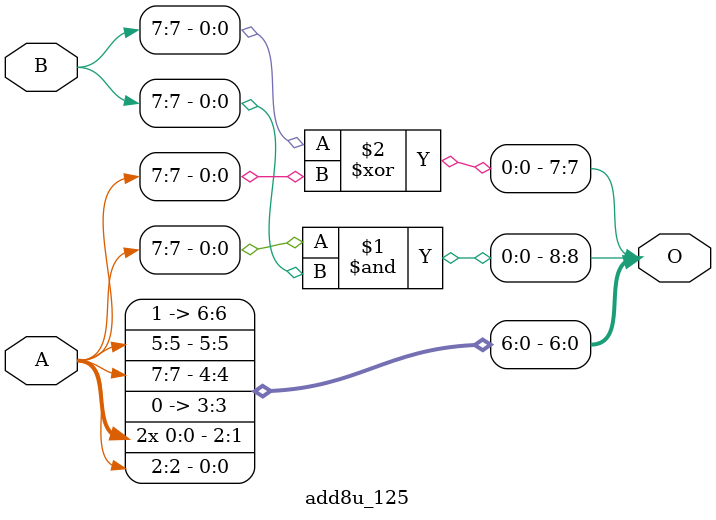
<source format=v>
/***
* This code is a part of EvoApproxLib library (ehw.fit.vutbr.cz/approxlib) distributed under The MIT License.
* When used, please cite the following article(s):  
* This file contains a circuit from a sub-set of pareto optimal circuits with respect to the pwr and mae parameters
***/

// bdd/bw_8/conf_core_1_mae_000052/run.00001.chr
module add8u_125(A, B, O);
  input [7:0] A, B;
  output [8:0] O;
  assign O[8] = A[7] & B[7];
  assign O[3] = 1'b0;
  assign O[7] = B[7] ^ A[7];
  assign O[6] = 1'b1;
  assign O[0] = A[2]; // default output
  assign O[1] = A[0]; // default output
  assign O[2] = A[0]; // default output
  assign O[4] = A[7]; // default output
  assign O[5] = A[5]; // default output
endmodule


// internal reference: cgp-add-bdd.08.add8u_125


</source>
